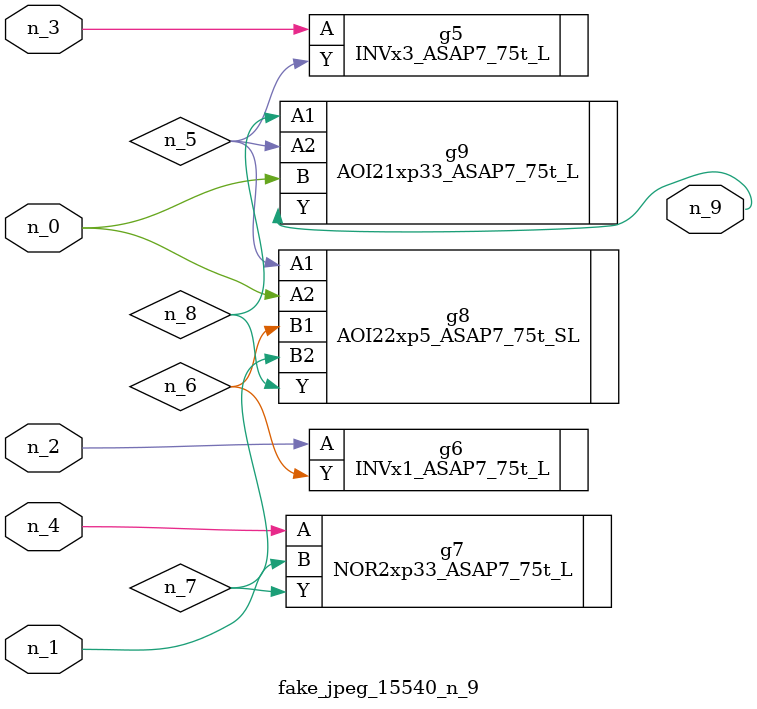
<source format=v>
module fake_jpeg_15540_n_9 (n_3, n_2, n_1, n_0, n_4, n_9);

input n_3;
input n_2;
input n_1;
input n_0;
input n_4;

output n_9;

wire n_8;
wire n_6;
wire n_5;
wire n_7;

INVx3_ASAP7_75t_L g5 ( 
.A(n_3),
.Y(n_5)
);

INVx1_ASAP7_75t_L g6 ( 
.A(n_2),
.Y(n_6)
);

NOR2xp33_ASAP7_75t_L g7 ( 
.A(n_4),
.B(n_1),
.Y(n_7)
);

AOI22xp5_ASAP7_75t_SL g8 ( 
.A1(n_5),
.A2(n_0),
.B1(n_6),
.B2(n_7),
.Y(n_8)
);

AOI21xp33_ASAP7_75t_L g9 ( 
.A1(n_8),
.A2(n_5),
.B(n_0),
.Y(n_9)
);


endmodule
</source>
